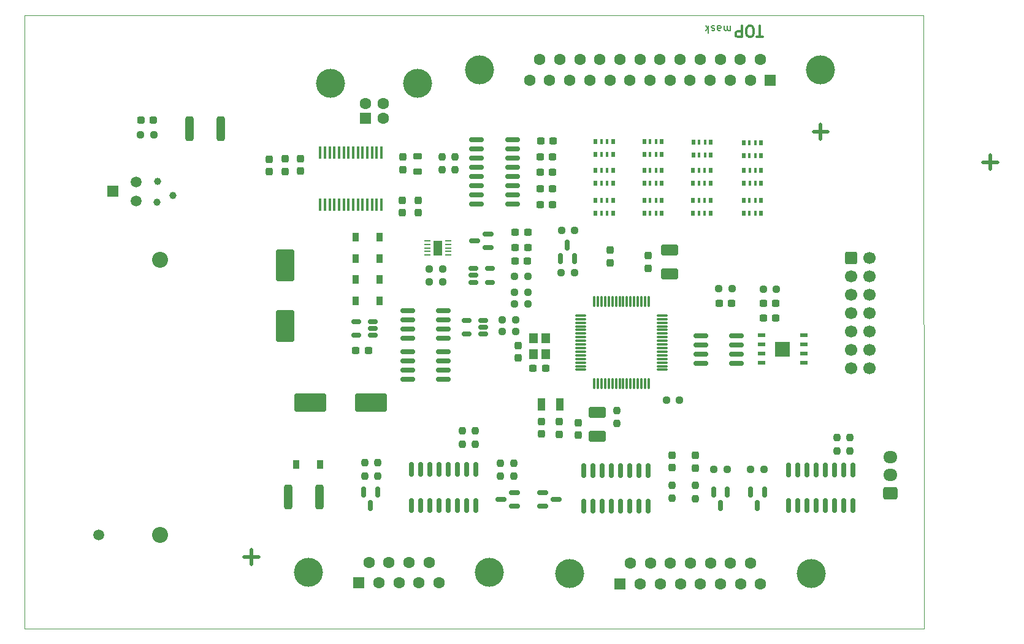
<source format=gbr>
%TF.GenerationSoftware,KiCad,Pcbnew,(6.0.1)*%
%TF.CreationDate,2022-09-20T17:47:08-03:00*%
%TF.ProjectId,HLI-M,484c492d-4d2e-46b6-9963-61645f706362,rev?*%
%TF.SameCoordinates,Original*%
%TF.FileFunction,Soldermask,Top*%
%TF.FilePolarity,Negative*%
%FSLAX46Y46*%
G04 Gerber Fmt 4.6, Leading zero omitted, Abs format (unit mm)*
G04 Created by KiCad (PCBNEW (6.0.1)) date 2022-09-20 17:47:08*
%MOMM*%
%LPD*%
G01*
G04 APERTURE LIST*
G04 Aperture macros list*
%AMRoundRect*
0 Rectangle with rounded corners*
0 $1 Rounding radius*
0 $2 $3 $4 $5 $6 $7 $8 $9 X,Y pos of 4 corners*
0 Add a 4 corners polygon primitive as box body*
4,1,4,$2,$3,$4,$5,$6,$7,$8,$9,$2,$3,0*
0 Add four circle primitives for the rounded corners*
1,1,$1+$1,$2,$3*
1,1,$1+$1,$4,$5*
1,1,$1+$1,$6,$7*
1,1,$1+$1,$8,$9*
0 Add four rect primitives between the rounded corners*
20,1,$1+$1,$2,$3,$4,$5,0*
20,1,$1+$1,$4,$5,$6,$7,0*
20,1,$1+$1,$6,$7,$8,$9,0*
20,1,$1+$1,$8,$9,$2,$3,0*%
G04 Aperture macros list end*
%ADD10C,0.500000*%
%TA.AperFunction,Profile*%
%ADD11C,0.050000*%
%TD*%
%ADD12C,0.150000*%
%ADD13C,0.300000*%
%ADD14RoundRect,0.237500X-0.300000X-0.237500X0.300000X-0.237500X0.300000X0.237500X-0.300000X0.237500X0*%
%ADD15RoundRect,0.237500X0.300000X0.237500X-0.300000X0.237500X-0.300000X-0.237500X0.300000X-0.237500X0*%
%ADD16RoundRect,0.250001X0.924999X-0.499999X0.924999X0.499999X-0.924999X0.499999X-0.924999X-0.499999X0*%
%ADD17RoundRect,0.237500X0.237500X-0.300000X0.237500X0.300000X-0.237500X0.300000X-0.237500X-0.300000X0*%
%ADD18RoundRect,0.250001X-0.924999X0.499999X-0.924999X-0.499999X0.924999X-0.499999X0.924999X0.499999X0*%
%ADD19R,0.500000X0.800000*%
%ADD20R,0.400000X0.800000*%
%ADD21R,0.900000X1.200000*%
%ADD22RoundRect,0.237500X-0.237500X0.287500X-0.237500X-0.287500X0.237500X-0.287500X0.237500X0.287500X0*%
%ADD23C,4.000000*%
%ADD24R,1.600000X1.600000*%
%ADD25C,1.600000*%
%ADD26RoundRect,0.150000X0.150000X-0.587500X0.150000X0.587500X-0.150000X0.587500X-0.150000X-0.587500X0*%
%ADD27RoundRect,0.150000X0.587500X0.150000X-0.587500X0.150000X-0.587500X-0.150000X0.587500X-0.150000X0*%
%ADD28RoundRect,0.237500X-0.250000X-0.237500X0.250000X-0.237500X0.250000X0.237500X-0.250000X0.237500X0*%
%ADD29RoundRect,0.237500X0.250000X0.237500X-0.250000X0.237500X-0.250000X-0.237500X0.250000X-0.237500X0*%
%ADD30RoundRect,0.237500X-0.237500X0.250000X-0.237500X-0.250000X0.237500X-0.250000X0.237500X0.250000X0*%
%ADD31RoundRect,0.237500X0.237500X-0.250000X0.237500X0.250000X-0.237500X0.250000X-0.237500X-0.250000X0*%
%ADD32RoundRect,0.075000X0.662500X0.075000X-0.662500X0.075000X-0.662500X-0.075000X0.662500X-0.075000X0*%
%ADD33RoundRect,0.075000X0.075000X0.662500X-0.075000X0.662500X-0.075000X-0.662500X0.075000X-0.662500X0*%
%ADD34RoundRect,0.062500X-0.375000X-0.062500X0.375000X-0.062500X0.375000X0.062500X-0.375000X0.062500X0*%
%ADD35R,1.200000X2.000000*%
%ADD36RoundRect,0.150000X-0.512500X-0.150000X0.512500X-0.150000X0.512500X0.150000X-0.512500X0.150000X0*%
%ADD37RoundRect,0.150000X0.825000X0.150000X-0.825000X0.150000X-0.825000X-0.150000X0.825000X-0.150000X0*%
%ADD38RoundRect,0.150000X0.512500X0.150000X-0.512500X0.150000X-0.512500X-0.150000X0.512500X-0.150000X0*%
%ADD39RoundRect,0.150000X-0.150000X0.825000X-0.150000X-0.825000X0.150000X-0.825000X0.150000X0.825000X0*%
%ADD40RoundRect,0.150000X-0.587500X-0.150000X0.587500X-0.150000X0.587500X0.150000X-0.587500X0.150000X0*%
%ADD41RoundRect,0.150000X-0.150000X0.587500X-0.150000X-0.587500X0.150000X-0.587500X0.150000X0.587500X0*%
%ADD42RoundRect,0.237500X-0.237500X0.300000X-0.237500X-0.300000X0.237500X-0.300000X0.237500X0.300000X0*%
%ADD43RoundRect,0.218750X0.381250X-0.218750X0.381250X0.218750X-0.381250X0.218750X-0.381250X-0.218750X0*%
%ADD44C,1.500000*%
%ADD45C,1.000000*%
%ADD46RoundRect,0.250000X-0.312500X-1.450000X0.312500X-1.450000X0.312500X1.450000X-0.312500X1.450000X0*%
%ADD47RoundRect,0.250000X-0.600000X-0.600000X0.600000X-0.600000X0.600000X0.600000X-0.600000X0.600000X0*%
%ADD48C,1.700000*%
%ADD49RoundRect,0.237500X-0.287500X-0.237500X0.287500X-0.237500X0.287500X0.237500X-0.287500X0.237500X0*%
%ADD50RoundRect,0.250000X-1.950000X-1.000000X1.950000X-1.000000X1.950000X1.000000X-1.950000X1.000000X0*%
%ADD51RoundRect,0.250000X0.725000X-0.600000X0.725000X0.600000X-0.725000X0.600000X-0.725000X-0.600000X0*%
%ADD52O,1.950000X1.700000*%
%ADD53RoundRect,0.250000X-1.000000X1.950000X-1.000000X-1.950000X1.000000X-1.950000X1.000000X1.950000X0*%
%ADD54R,1.200000X1.400000*%
%ADD55R,1.100000X0.500000*%
%ADD56R,2.000000X2.000000*%
%ADD57C,2.205000*%
%ADD58RoundRect,0.250000X0.312500X1.450000X-0.312500X1.450000X-0.312500X-1.450000X0.312500X-1.450000X0*%
%ADD59R,1.000000X1.800000*%
%ADD60R,1.500000X1.500000*%
%ADD61R,0.450000X1.750000*%
G04 APERTURE END LIST*
D10*
X97370000Y-103650000D02*
X95370000Y-103650000D01*
X174955200Y-43907200D02*
X174955200Y-45907200D01*
X199400000Y-49100000D02*
X197400000Y-49100000D01*
X175955200Y-44907200D02*
X173955200Y-44907200D01*
X96386000Y-102650000D02*
X96386000Y-104650000D01*
X198400000Y-48100000D02*
X198400000Y-50100000D01*
D11*
X189204600Y-113538000D02*
X189179200Y-28854400D01*
X65030000Y-28825500D02*
X65030000Y-113534500D01*
X189179200Y-28854400D02*
X65030000Y-28825500D01*
X65030000Y-113534500D02*
X189204600Y-113538000D01*
D12*
X162490476Y-30247619D02*
X162490476Y-30914285D01*
X162490476Y-30819047D02*
X162442857Y-30866666D01*
X162347619Y-30914285D01*
X162204761Y-30914285D01*
X162109523Y-30866666D01*
X162061904Y-30771428D01*
X162061904Y-30247619D01*
X162061904Y-30771428D02*
X162014285Y-30866666D01*
X161919047Y-30914285D01*
X161776190Y-30914285D01*
X161680952Y-30866666D01*
X161633333Y-30771428D01*
X161633333Y-30247619D01*
X160728571Y-30247619D02*
X160728571Y-30771428D01*
X160776190Y-30866666D01*
X160871428Y-30914285D01*
X161061904Y-30914285D01*
X161157142Y-30866666D01*
X160728571Y-30295238D02*
X160823809Y-30247619D01*
X161061904Y-30247619D01*
X161157142Y-30295238D01*
X161204761Y-30390476D01*
X161204761Y-30485714D01*
X161157142Y-30580952D01*
X161061904Y-30628571D01*
X160823809Y-30628571D01*
X160728571Y-30676190D01*
X160300000Y-30295238D02*
X160204761Y-30247619D01*
X160014285Y-30247619D01*
X159919047Y-30295238D01*
X159871428Y-30390476D01*
X159871428Y-30438095D01*
X159919047Y-30533333D01*
X160014285Y-30580952D01*
X160157142Y-30580952D01*
X160252380Y-30628571D01*
X160300000Y-30723809D01*
X160300000Y-30771428D01*
X160252380Y-30866666D01*
X160157142Y-30914285D01*
X160014285Y-30914285D01*
X159919047Y-30866666D01*
X159442857Y-30247619D02*
X159442857Y-31247619D01*
X159347619Y-30628571D02*
X159061904Y-30247619D01*
X159061904Y-30914285D02*
X159442857Y-30533333D01*
D13*
X166986285Y-31796028D02*
X166129142Y-31796028D01*
X166557714Y-30296028D02*
X166557714Y-31796028D01*
X165343428Y-31796028D02*
X165057714Y-31796028D01*
X164914857Y-31724600D01*
X164772000Y-31581742D01*
X164700571Y-31296028D01*
X164700571Y-30796028D01*
X164772000Y-30510314D01*
X164914857Y-30367457D01*
X165057714Y-30296028D01*
X165343428Y-30296028D01*
X165486285Y-30367457D01*
X165629142Y-30510314D01*
X165700571Y-30796028D01*
X165700571Y-31296028D01*
X165629142Y-31581742D01*
X165486285Y-31724600D01*
X165343428Y-31796028D01*
X164057714Y-30296028D02*
X164057714Y-31796028D01*
X163486285Y-31796028D01*
X163343428Y-31724600D01*
X163272000Y-31653171D01*
X163200571Y-31510314D01*
X163200571Y-31296028D01*
X163272000Y-31153171D01*
X163343428Y-31081742D01*
X163486285Y-31010314D01*
X164057714Y-31010314D01*
D14*
%TO.C,C6*%
X110775000Y-75150000D03*
X112500000Y-75150000D03*
%TD*%
%TO.C,C9*%
X132775000Y-58775000D03*
X134500000Y-58775000D03*
%TD*%
%TO.C,C12*%
X132723800Y-62723800D03*
X134448800Y-62723800D03*
%TD*%
D15*
%TO.C,C13*%
X168781900Y-68605400D03*
X167056900Y-68605400D03*
%TD*%
D14*
%TO.C,C14*%
X167006100Y-70612000D03*
X168731100Y-70612000D03*
%TD*%
D15*
%TO.C,C15*%
X162662500Y-68600000D03*
X160937500Y-68600000D03*
%TD*%
D16*
%TO.C,C16*%
X154100000Y-64525000D03*
X154100000Y-61275000D03*
%TD*%
D17*
%TO.C,C17*%
X151155400Y-63752900D03*
X151155400Y-62027900D03*
%TD*%
%TO.C,C18*%
X145900000Y-63002478D03*
X145900000Y-61277478D03*
%TD*%
D18*
%TO.C,C20*%
X144145000Y-83719000D03*
X144145000Y-86969000D03*
%TD*%
D19*
%TO.C,CA1*%
X166751800Y-50254400D03*
D20*
X165951800Y-50254400D03*
X165151800Y-50254400D03*
D19*
X164351800Y-50254400D03*
X164351800Y-52054400D03*
D20*
X165151800Y-52054400D03*
X165951800Y-52054400D03*
D19*
X166751800Y-52054400D03*
%TD*%
%TO.C,CA4*%
X146284800Y-50203600D03*
D20*
X145484800Y-50203600D03*
X144684800Y-50203600D03*
D19*
X143884800Y-50203600D03*
X143884800Y-52003600D03*
D20*
X144684800Y-52003600D03*
X145484800Y-52003600D03*
D19*
X146284800Y-52003600D03*
%TD*%
D21*
%TO.C,D1*%
X114050000Y-59500000D03*
X110750000Y-59500000D03*
%TD*%
%TO.C,D2*%
X114050000Y-62400000D03*
X110750000Y-62400000D03*
%TD*%
%TO.C,D3*%
X102511500Y-90906600D03*
X105811500Y-90906600D03*
%TD*%
D22*
%TO.C,LED2*%
X157632400Y-89625200D03*
X157632400Y-91375200D03*
%TD*%
%TO.C,LED3*%
X154406600Y-89585800D03*
X154406600Y-91335800D03*
%TD*%
D23*
%TO.C,CON3*%
X174939000Y-36346300D03*
X127839000Y-36346300D03*
D24*
X168009000Y-37766300D03*
D25*
X165239000Y-37766300D03*
X162469000Y-37766300D03*
X159699000Y-37766300D03*
X156929000Y-37766300D03*
X154159000Y-37766300D03*
X151389000Y-37766300D03*
X148619000Y-37766300D03*
X145849000Y-37766300D03*
X143079000Y-37766300D03*
X140309000Y-37766300D03*
X137539000Y-37766300D03*
X134769000Y-37766300D03*
X166624000Y-34926300D03*
X163854000Y-34926300D03*
X161084000Y-34926300D03*
X158314000Y-34926300D03*
X155544000Y-34926300D03*
X152774000Y-34926300D03*
X150004000Y-34926300D03*
X147234000Y-34926300D03*
X144464000Y-34926300D03*
X141694000Y-34926300D03*
X138924000Y-34926300D03*
X136154000Y-34926300D03*
%TD*%
D26*
%TO.C,Q3*%
X139044600Y-62407800D03*
X140944600Y-62407800D03*
X139994600Y-60532800D03*
%TD*%
D27*
%TO.C,Q5*%
X132672000Y-96633600D03*
X132672000Y-94733600D03*
X130797000Y-95683600D03*
%TD*%
D28*
%TO.C,R1*%
X81041900Y-45339000D03*
X82866900Y-45339000D03*
%TD*%
%TO.C,R2*%
X120905900Y-63906400D03*
X122730900Y-63906400D03*
%TD*%
D29*
%TO.C,R3*%
X122756300Y-65659000D03*
X120931300Y-65659000D03*
%TD*%
%TO.C,R5*%
X168831900Y-66649600D03*
X167006900Y-66649600D03*
%TD*%
D30*
%TO.C,R7*%
X127254000Y-86233000D03*
X127254000Y-88058000D03*
%TD*%
%TO.C,R6*%
X125501400Y-86233000D03*
X125501400Y-88058000D03*
%TD*%
D28*
%TO.C,R10*%
X160887500Y-66600000D03*
X162712500Y-66600000D03*
%TD*%
D31*
%TO.C,R11*%
X146812000Y-85240500D03*
X146812000Y-83415500D03*
%TD*%
%TO.C,R27*%
X157632400Y-95603700D03*
X157632400Y-93778700D03*
%TD*%
%TO.C,R28*%
X154406600Y-95564300D03*
X154406600Y-93739300D03*
%TD*%
D29*
%TO.C,R25*%
X134523100Y-67095600D03*
X132698100Y-67095600D03*
%TD*%
D28*
%TO.C,R26*%
X132698100Y-68721200D03*
X134523100Y-68721200D03*
%TD*%
%TO.C,R18*%
X139123800Y-64413000D03*
X140948800Y-64413000D03*
%TD*%
D30*
%TO.C,R22*%
X132613400Y-90679900D03*
X132613400Y-92504900D03*
%TD*%
D19*
%TO.C,RA1*%
X166732800Y-46393600D03*
D20*
X165932800Y-46393600D03*
X165132800Y-46393600D03*
D19*
X164332800Y-46393600D03*
X164332800Y-48193600D03*
D20*
X165132800Y-48193600D03*
X165932800Y-48193600D03*
D19*
X166732800Y-48193600D03*
%TD*%
%TO.C,RA3*%
X153016800Y-46266600D03*
D20*
X152216800Y-46266600D03*
X151416800Y-46266600D03*
D19*
X150616800Y-46266600D03*
X150616800Y-48066600D03*
D20*
X151416800Y-48066600D03*
X152216800Y-48066600D03*
D19*
X153016800Y-48066600D03*
%TD*%
%TO.C,RA4*%
X146284800Y-46266600D03*
D20*
X145484800Y-46266600D03*
X144684800Y-46266600D03*
D19*
X143884800Y-46266600D03*
X143884800Y-48066600D03*
D20*
X144684800Y-48066600D03*
X145484800Y-48066600D03*
D19*
X146284800Y-48066600D03*
%TD*%
%TO.C,RA5*%
X166732800Y-54394600D03*
D20*
X165932800Y-54394600D03*
X165132800Y-54394600D03*
D19*
X164332800Y-54394600D03*
X164332800Y-56194600D03*
D20*
X165132800Y-56194600D03*
X165932800Y-56194600D03*
D19*
X166732800Y-56194600D03*
%TD*%
%TO.C,RA7*%
X153016800Y-54394600D03*
D20*
X152216800Y-54394600D03*
X151416800Y-54394600D03*
D19*
X150616800Y-54394600D03*
X150616800Y-56194600D03*
D20*
X151416800Y-56194600D03*
X152216800Y-56194600D03*
D19*
X153016800Y-56194600D03*
%TD*%
%TO.C,RA8*%
X146284800Y-54394600D03*
D20*
X145484800Y-54394600D03*
X144684800Y-54394600D03*
D19*
X143884800Y-54394600D03*
X143884800Y-56194600D03*
D20*
X144684800Y-56194600D03*
X145484800Y-56194600D03*
D19*
X146284800Y-56194600D03*
%TD*%
D32*
%TO.C,U1*%
X153109500Y-77791000D03*
X153109500Y-77291000D03*
X153109500Y-76791000D03*
X153109500Y-76291000D03*
X153109500Y-75791000D03*
X153109500Y-75291000D03*
X153109500Y-74791000D03*
X153109500Y-74291000D03*
X153109500Y-73791000D03*
X153109500Y-73291000D03*
X153109500Y-72791000D03*
X153109500Y-72291000D03*
X153109500Y-71791000D03*
X153109500Y-71291000D03*
X153109500Y-70791000D03*
X153109500Y-70291000D03*
D33*
X151197000Y-68378500D03*
X150697000Y-68378500D03*
X150197000Y-68378500D03*
X149697000Y-68378500D03*
X149197000Y-68378500D03*
X148697000Y-68378500D03*
X148197000Y-68378500D03*
X147697000Y-68378500D03*
X147197000Y-68378500D03*
X146697000Y-68378500D03*
X146197000Y-68378500D03*
X145697000Y-68378500D03*
X145197000Y-68378500D03*
X144697000Y-68378500D03*
X144197000Y-68378500D03*
X143697000Y-68378500D03*
D32*
X141784500Y-70291000D03*
X141784500Y-70791000D03*
X141784500Y-71291000D03*
X141784500Y-71791000D03*
X141784500Y-72291000D03*
X141784500Y-72791000D03*
X141784500Y-73291000D03*
X141784500Y-73791000D03*
X141784500Y-74291000D03*
X141784500Y-74791000D03*
X141784500Y-75291000D03*
X141784500Y-75791000D03*
X141784500Y-76291000D03*
X141784500Y-76791000D03*
X141784500Y-77291000D03*
X141784500Y-77791000D03*
D33*
X143697000Y-79703500D03*
X144197000Y-79703500D03*
X144697000Y-79703500D03*
X145197000Y-79703500D03*
X145697000Y-79703500D03*
X146197000Y-79703500D03*
X146697000Y-79703500D03*
X147197000Y-79703500D03*
X147697000Y-79703500D03*
X148197000Y-79703500D03*
X148697000Y-79703500D03*
X149197000Y-79703500D03*
X149697000Y-79703500D03*
X150197000Y-79703500D03*
X150697000Y-79703500D03*
X151197000Y-79703500D03*
%TD*%
D34*
%TO.C,U6*%
X120680900Y-59952000D03*
X120680900Y-60452000D03*
X120680900Y-60952000D03*
X120680900Y-61452000D03*
X120680900Y-61952000D03*
X123555900Y-61952000D03*
X123555900Y-61452000D03*
X123555900Y-60952000D03*
X123555900Y-60452000D03*
X123555900Y-59952000D03*
D35*
X122118400Y-60952000D03*
%TD*%
D36*
%TO.C,U4*%
X127000000Y-63800000D03*
X127000000Y-64750000D03*
X127000000Y-65700000D03*
X129275000Y-65700000D03*
X129275000Y-63800000D03*
%TD*%
D37*
%TO.C,U2*%
X163359500Y-76911200D03*
X163359500Y-75641200D03*
X163359500Y-74371200D03*
X163359500Y-73101200D03*
X158409500Y-73101200D03*
X158409500Y-74371200D03*
X158409500Y-75641200D03*
X158409500Y-76911200D03*
%TD*%
D38*
%TO.C,U10*%
X128365600Y-72867600D03*
X128365600Y-71917600D03*
X128365600Y-70967600D03*
X126090600Y-70967600D03*
X126090600Y-72867600D03*
%TD*%
D39*
%TO.C,U13*%
X179425600Y-91632000D03*
X178155600Y-91632000D03*
X176885600Y-91632000D03*
X175615600Y-91632000D03*
X174345600Y-91632000D03*
X173075600Y-91632000D03*
X171805600Y-91632000D03*
X170535600Y-91632000D03*
X170535600Y-96582000D03*
X171805600Y-96582000D03*
X173075600Y-96582000D03*
X174345600Y-96582000D03*
X175615600Y-96582000D03*
X176885600Y-96582000D03*
X178155600Y-96582000D03*
X179425600Y-96582000D03*
%TD*%
%TO.C,U12*%
X151130000Y-91694000D03*
X149860000Y-91694000D03*
X148590000Y-91694000D03*
X147320000Y-91694000D03*
X146050000Y-91694000D03*
X144780000Y-91694000D03*
X143510000Y-91694000D03*
X142240000Y-91694000D03*
X142240000Y-96644000D03*
X143510000Y-96644000D03*
X144780000Y-96644000D03*
X146050000Y-96644000D03*
X147320000Y-96644000D03*
X148590000Y-96644000D03*
X149860000Y-96644000D03*
X151130000Y-96644000D03*
%TD*%
%TO.C,U11*%
X127330200Y-91555800D03*
X126060200Y-91555800D03*
X124790200Y-91555800D03*
X123520200Y-91555800D03*
X122250200Y-91555800D03*
X120980200Y-91555800D03*
X119710200Y-91555800D03*
X118440200Y-91555800D03*
X118440200Y-96505800D03*
X119710200Y-96505800D03*
X120980200Y-96505800D03*
X122250200Y-96505800D03*
X123520200Y-96505800D03*
X124790200Y-96505800D03*
X126060200Y-96505800D03*
X127330200Y-96505800D03*
%TD*%
D30*
%TO.C,R21*%
X130700000Y-90679900D03*
X130700000Y-92504900D03*
%TD*%
D40*
%TO.C,Q4*%
X136574300Y-94734100D03*
X136574300Y-96634100D03*
X138449300Y-95684100D03*
%TD*%
D41*
%TO.C,Q7*%
X162084300Y-94652600D03*
X160184300Y-94652600D03*
X161134300Y-96527600D03*
%TD*%
D28*
%TO.C,R24*%
X160225100Y-91592400D03*
X162050100Y-91592400D03*
%TD*%
%TO.C,R23*%
X165305100Y-91592300D03*
X167130100Y-91592300D03*
%TD*%
D41*
%TO.C,Q6*%
X167193000Y-94693500D03*
X165293000Y-94693500D03*
X166243000Y-96568500D03*
%TD*%
D30*
%TO.C,R8*%
X177190400Y-87174700D03*
X177190400Y-88999700D03*
%TD*%
D37*
%TO.C,U9*%
X122865000Y-79121000D03*
X122865000Y-77851000D03*
X122865000Y-76581000D03*
X122865000Y-75311000D03*
X117915000Y-75311000D03*
X117915000Y-76581000D03*
X117915000Y-77851000D03*
X117915000Y-79121000D03*
%TD*%
D28*
%TO.C,R13*%
X131015500Y-72466200D03*
X132840500Y-72466200D03*
%TD*%
%TO.C,R14*%
X130992000Y-70866000D03*
X132817000Y-70866000D03*
%TD*%
D23*
%TO.C,CON7*%
X104227100Y-105802700D03*
X129227100Y-105802700D03*
D24*
X111187100Y-107222700D03*
D25*
X113957100Y-107222700D03*
X116727100Y-107222700D03*
X119497100Y-107222700D03*
X122267100Y-107222700D03*
X112572100Y-104382700D03*
X115342100Y-104382700D03*
X118112100Y-104382700D03*
X120882100Y-104382700D03*
%TD*%
D38*
%TO.C,U5*%
X113137500Y-73050000D03*
X113137500Y-72100000D03*
X113137500Y-71150000D03*
X110862500Y-71150000D03*
X110862500Y-73050000D03*
%TD*%
D42*
%TO.C,C19*%
X141478000Y-85116500D03*
X141478000Y-86841500D03*
%TD*%
D37*
%TO.C,U3*%
X132384600Y-54874000D03*
X132384600Y-53604000D03*
X132384600Y-52334000D03*
X132384600Y-51064000D03*
X132384600Y-49794000D03*
X132384600Y-48524000D03*
X132384600Y-47254000D03*
X132384600Y-45984000D03*
X127434600Y-45984000D03*
X127434600Y-47254000D03*
X127434600Y-48524000D03*
X127434600Y-49794000D03*
X127434600Y-51064000D03*
X127434600Y-52334000D03*
X127434600Y-53604000D03*
X127434600Y-54874000D03*
%TD*%
D14*
%TO.C,C27*%
X136222100Y-50530600D03*
X137947100Y-50530600D03*
%TD*%
%TO.C,C28*%
X136222100Y-52816600D03*
X137947100Y-52816600D03*
%TD*%
%TO.C,C25*%
X136285100Y-46212600D03*
X138010100Y-46212600D03*
%TD*%
%TO.C,C29*%
X136222100Y-54975600D03*
X137947100Y-54975600D03*
%TD*%
D15*
%TO.C,C26*%
X137947100Y-48371600D03*
X136222100Y-48371600D03*
%TD*%
D43*
%TO.C,L2*%
X119278400Y-50414700D03*
X119278400Y-48289700D03*
%TD*%
D30*
%TO.C,R9*%
X178968400Y-87174700D03*
X178968400Y-88999700D03*
%TD*%
D19*
%TO.C,CA2*%
X159746800Y-50203600D03*
D20*
X158946800Y-50203600D03*
X158146800Y-50203600D03*
D19*
X157346800Y-50203600D03*
X157346800Y-52003600D03*
D20*
X158146800Y-52003600D03*
X158946800Y-52003600D03*
D19*
X159746800Y-52003600D03*
%TD*%
%TO.C,RA2*%
X159766800Y-46328600D03*
D20*
X158966800Y-46328600D03*
X158166800Y-46328600D03*
D19*
X157366800Y-46328600D03*
X157366800Y-48128600D03*
D20*
X158166800Y-48128600D03*
X158966800Y-48128600D03*
D19*
X159766800Y-48128600D03*
%TD*%
%TO.C,RA6*%
X159746800Y-54394600D03*
D20*
X158946800Y-54394600D03*
X158146800Y-54394600D03*
D19*
X157346800Y-54394600D03*
X157346800Y-56194600D03*
D20*
X158146800Y-56194600D03*
X158946800Y-56194600D03*
D19*
X159746800Y-56194600D03*
%TD*%
D24*
%TO.C,CON2*%
X112059400Y-43033300D03*
D25*
X114559400Y-43033300D03*
X114559400Y-41033300D03*
X112059400Y-41033300D03*
D23*
X119309400Y-38173300D03*
X107309400Y-38173300D03*
%TD*%
D41*
%TO.C,Q2*%
X113751400Y-94668100D03*
X111851400Y-94668100D03*
X112801400Y-96543100D03*
%TD*%
D23*
%TO.C,CON6*%
X140322000Y-105941000D03*
X173622000Y-105941000D03*
D24*
X147277000Y-107361000D03*
D25*
X150047000Y-107361000D03*
X152817000Y-107361000D03*
X155587000Y-107361000D03*
X158357000Y-107361000D03*
X161127000Y-107361000D03*
X163897000Y-107361000D03*
X166667000Y-107361000D03*
X148662000Y-104521000D03*
X151432000Y-104521000D03*
X154202000Y-104521000D03*
X156972000Y-104521000D03*
X159742000Y-104521000D03*
X162512000Y-104521000D03*
X165282000Y-104521000D03*
%TD*%
D17*
%TO.C,C7*%
X117200000Y-56100000D03*
X117200000Y-54375000D03*
%TD*%
%TO.C,C8*%
X119400000Y-56100000D03*
X119400000Y-54375000D03*
%TD*%
D19*
%TO.C,CA3*%
X153016800Y-50203600D03*
D20*
X152216800Y-50203600D03*
X151416800Y-50203600D03*
D19*
X150616800Y-50203600D03*
X150616800Y-52003600D03*
D20*
X151416800Y-52003600D03*
X152216800Y-52003600D03*
D19*
X153016800Y-52003600D03*
%TD*%
D31*
%TO.C,R16*%
X113766600Y-92479500D03*
X113766600Y-90654500D03*
%TD*%
D44*
%TO.C,TP2*%
X80416400Y-51866800D03*
%TD*%
D45*
%TO.C,TP3*%
X83400000Y-51800000D03*
%TD*%
D46*
%TO.C,RT2*%
X101465200Y-95351600D03*
X105740200Y-95351600D03*
%TD*%
D47*
%TO.C,CON4*%
X179163700Y-62331600D03*
D48*
X181703700Y-62331600D03*
X179163700Y-64871600D03*
X181703700Y-64871600D03*
X179163700Y-67411600D03*
X181703700Y-67411600D03*
X179163700Y-69951600D03*
X181703700Y-69951600D03*
X179163700Y-72491600D03*
X181703700Y-72491600D03*
X179163700Y-75031600D03*
X181703700Y-75031600D03*
X179163700Y-77571600D03*
X181703700Y-77571600D03*
%TD*%
D31*
%TO.C,R19*%
X124460000Y-50163100D03*
X124460000Y-48338100D03*
%TD*%
D42*
%TO.C,C23*%
X136420000Y-84957500D03*
X136420000Y-86682500D03*
%TD*%
D28*
%TO.C,R4*%
X132684000Y-64872800D03*
X134509000Y-64872800D03*
%TD*%
D49*
%TO.C,LED1*%
X81079400Y-43307000D03*
X82829400Y-43307000D03*
%TD*%
D15*
%TO.C,C21*%
X136952500Y-77610000D03*
X135227500Y-77610000D03*
%TD*%
D27*
%TO.C,Q1*%
X129037500Y-60900000D03*
X129037500Y-59000000D03*
X127162500Y-59950000D03*
%TD*%
D50*
%TO.C,C5*%
X104437500Y-82360000D03*
X112837500Y-82360000D03*
%TD*%
D42*
%TO.C,C4*%
X117271800Y-48413500D03*
X117271800Y-50138500D03*
%TD*%
D21*
%TO.C,D5*%
X114050000Y-68300000D03*
X110750000Y-68300000D03*
%TD*%
D51*
%TO.C,CON5*%
X184556400Y-94843600D03*
D52*
X184556400Y-92343600D03*
X184556400Y-89843600D03*
%TD*%
D53*
%TO.C,C10*%
X101010000Y-63370000D03*
X101010000Y-71770000D03*
%TD*%
D29*
%TO.C,R12*%
X155471500Y-82016600D03*
X153646500Y-82016600D03*
%TD*%
D54*
%TO.C,Y2*%
X135260000Y-73420000D03*
X135260000Y-75620000D03*
X136960000Y-75620000D03*
X136960000Y-73420000D03*
%TD*%
D28*
%TO.C,R17*%
X139158300Y-58574700D03*
X140983300Y-58574700D03*
%TD*%
D17*
%TO.C,C1*%
X98800000Y-50400000D03*
X98800000Y-48675000D03*
%TD*%
D31*
%TO.C,R20*%
X122656600Y-50163100D03*
X122656600Y-48338100D03*
%TD*%
D44*
%TO.C,TP6*%
X80416400Y-54508400D03*
%TD*%
D55*
%TO.C,U2-A*%
X172598300Y-76860400D03*
X172598300Y-75590400D03*
X172598300Y-74320400D03*
X172598300Y-73050400D03*
X166798300Y-73050400D03*
X166798300Y-74320400D03*
X166798300Y-75590400D03*
X166798300Y-76860400D03*
D56*
X169698300Y-74955400D03*
%TD*%
D44*
%TO.C,CON8*%
X75236800Y-100602800D03*
D57*
X83736800Y-62617800D03*
X83736800Y-100587800D03*
%TD*%
D21*
%TO.C,D4*%
X114050000Y-65300000D03*
X110750000Y-65300000D03*
%TD*%
D30*
%TO.C,R15*%
X112014000Y-90654500D03*
X112014000Y-92479500D03*
%TD*%
D45*
%TO.C,TP5*%
X83312000Y-54660800D03*
%TD*%
%TO.C,TP4*%
X85500000Y-53700000D03*
%TD*%
D58*
%TO.C,RT1*%
X92094300Y-44474600D03*
X87819300Y-44474600D03*
%TD*%
D42*
%TO.C,C22*%
X133180000Y-74447500D03*
X133180000Y-76172500D03*
%TD*%
%TO.C,C24*%
X138880000Y-84977500D03*
X138880000Y-86702500D03*
%TD*%
D14*
%TO.C,C11*%
X132775000Y-60875000D03*
X134500000Y-60875000D03*
%TD*%
D17*
%TO.C,C2*%
X101000000Y-50362500D03*
X101000000Y-48637500D03*
%TD*%
D59*
%TO.C,Y1*%
X136440000Y-82560000D03*
X138940000Y-82560000D03*
%TD*%
D60*
%TO.C,TP1*%
X77241400Y-53086000D03*
%TD*%
D17*
%TO.C,C3*%
X103100000Y-50325000D03*
X103100000Y-48600000D03*
%TD*%
D37*
%TO.C,U10-A*%
X122865000Y-73431400D03*
X122865000Y-72161400D03*
X122865000Y-70891400D03*
X122865000Y-69621400D03*
X117915000Y-69621400D03*
X117915000Y-70891400D03*
X117915000Y-72161400D03*
X117915000Y-73431400D03*
%TD*%
D61*
%TO.C,U8*%
X105858600Y-54984200D03*
X106508600Y-54984200D03*
X107158600Y-54984200D03*
X107808600Y-54984200D03*
X108458600Y-54984200D03*
X109108600Y-54984200D03*
X109758600Y-54984200D03*
X110408600Y-54984200D03*
X111058600Y-54984200D03*
X111708600Y-54984200D03*
X112358600Y-54984200D03*
X113008600Y-54984200D03*
X113658600Y-54984200D03*
X114308600Y-54984200D03*
X114308600Y-47784200D03*
X113658600Y-47784200D03*
X113008600Y-47784200D03*
X112358600Y-47784200D03*
X111708600Y-47784200D03*
X111058600Y-47784200D03*
X110408600Y-47784200D03*
X109758600Y-47784200D03*
X109108600Y-47784200D03*
X108458600Y-47784200D03*
X107808600Y-47784200D03*
X107158600Y-47784200D03*
X106508600Y-47784200D03*
X105858600Y-47784200D03*
%TD*%
M02*

</source>
